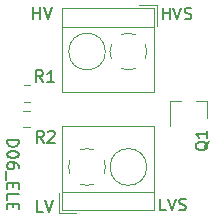
<source format=gbr>
G04 #@! TF.GenerationSoftware,KiCad,Pcbnew,5.1.5-52549c5~86~ubuntu18.04.1*
G04 #@! TF.CreationDate,2020-11-03T13:42:11-05:00*
G04 #@! TF.ProjectId,D06,4430362e-6b69-4636-9164-5f7063625858,rev?*
G04 #@! TF.SameCoordinates,Original*
G04 #@! TF.FileFunction,Legend,Top*
G04 #@! TF.FilePolarity,Positive*
%FSLAX46Y46*%
G04 Gerber Fmt 4.6, Leading zero omitted, Abs format (unit mm)*
G04 Created by KiCad (PCBNEW 5.1.5-52549c5~86~ubuntu18.04.1) date 2020-11-03 13:42:11*
%MOMM*%
%LPD*%
G04 APERTURE LIST*
%ADD10C,0.150000*%
%ADD11C,0.120000*%
G04 APERTURE END LIST*
D10*
X20375619Y-31486838D02*
X21375619Y-31486838D01*
X21375619Y-31724933D01*
X21328000Y-31867790D01*
X21232761Y-31963028D01*
X21137523Y-32010647D01*
X20947047Y-32058266D01*
X20804190Y-32058266D01*
X20613714Y-32010647D01*
X20518476Y-31963028D01*
X20423238Y-31867790D01*
X20375619Y-31724933D01*
X20375619Y-31486838D01*
X21375619Y-32677314D02*
X21375619Y-32772552D01*
X21328000Y-32867790D01*
X21280380Y-32915409D01*
X21185142Y-32963028D01*
X20994666Y-33010647D01*
X20756571Y-33010647D01*
X20566095Y-32963028D01*
X20470857Y-32915409D01*
X20423238Y-32867790D01*
X20375619Y-32772552D01*
X20375619Y-32677314D01*
X20423238Y-32582076D01*
X20470857Y-32534457D01*
X20566095Y-32486838D01*
X20756571Y-32439219D01*
X20994666Y-32439219D01*
X21185142Y-32486838D01*
X21280380Y-32534457D01*
X21328000Y-32582076D01*
X21375619Y-32677314D01*
X21375619Y-33867790D02*
X21375619Y-33677314D01*
X21328000Y-33582076D01*
X21280380Y-33534457D01*
X21137523Y-33439219D01*
X20947047Y-33391600D01*
X20566095Y-33391600D01*
X20470857Y-33439219D01*
X20423238Y-33486838D01*
X20375619Y-33582076D01*
X20375619Y-33772552D01*
X20423238Y-33867790D01*
X20470857Y-33915409D01*
X20566095Y-33963028D01*
X20804190Y-33963028D01*
X20899428Y-33915409D01*
X20947047Y-33867790D01*
X20994666Y-33772552D01*
X20994666Y-33582076D01*
X20947047Y-33486838D01*
X20899428Y-33439219D01*
X20804190Y-33391600D01*
X20280380Y-34153504D02*
X20280380Y-34915409D01*
X20899428Y-35153504D02*
X20899428Y-35486838D01*
X20375619Y-35629695D02*
X20375619Y-35153504D01*
X21375619Y-35153504D01*
X21375619Y-35629695D01*
X20375619Y-36534457D02*
X20375619Y-36058266D01*
X21375619Y-36058266D01*
X20899428Y-36867790D02*
X20899428Y-37201123D01*
X20375619Y-37343980D02*
X20375619Y-36867790D01*
X21375619Y-36867790D01*
X21375619Y-37343980D01*
X33796361Y-37460180D02*
X33320171Y-37460180D01*
X33320171Y-36460180D01*
X33986838Y-36460180D02*
X34320171Y-37460180D01*
X34653504Y-36460180D01*
X34939219Y-37412561D02*
X35082076Y-37460180D01*
X35320171Y-37460180D01*
X35415409Y-37412561D01*
X35463028Y-37364942D01*
X35510647Y-37269704D01*
X35510647Y-37174466D01*
X35463028Y-37079228D01*
X35415409Y-37031609D01*
X35320171Y-36983990D01*
X35129695Y-36936371D01*
X35034457Y-36888752D01*
X34986838Y-36841133D01*
X34939219Y-36745895D01*
X34939219Y-36650657D01*
X34986838Y-36555419D01*
X35034457Y-36507800D01*
X35129695Y-36460180D01*
X35367790Y-36460180D01*
X35510647Y-36507800D01*
X33556723Y-21280380D02*
X33556723Y-20280380D01*
X33556723Y-20756571D02*
X34128152Y-20756571D01*
X34128152Y-21280380D02*
X34128152Y-20280380D01*
X34461485Y-20280380D02*
X34794819Y-21280380D01*
X35128152Y-20280380D01*
X35413866Y-21232761D02*
X35556723Y-21280380D01*
X35794819Y-21280380D01*
X35890057Y-21232761D01*
X35937676Y-21185142D01*
X35985295Y-21089904D01*
X35985295Y-20994666D01*
X35937676Y-20899428D01*
X35890057Y-20851809D01*
X35794819Y-20804190D01*
X35604342Y-20756571D01*
X35509104Y-20708952D01*
X35461485Y-20661333D01*
X35413866Y-20566095D01*
X35413866Y-20470857D01*
X35461485Y-20375619D01*
X35509104Y-20328000D01*
X35604342Y-20280380D01*
X35842438Y-20280380D01*
X35985295Y-20328000D01*
X23375952Y-37612580D02*
X22899761Y-37612580D01*
X22899761Y-36612580D01*
X23566428Y-36612580D02*
X23899761Y-37612580D01*
X24233095Y-36612580D01*
X22577514Y-21229580D02*
X22577514Y-20229580D01*
X22577514Y-20705771D02*
X23148942Y-20705771D01*
X23148942Y-21229580D02*
X23148942Y-20229580D01*
X23482276Y-20229580D02*
X23815609Y-21229580D01*
X24148942Y-20229580D01*
D11*
X22283052Y-29008000D02*
X21760548Y-29008000D01*
X22283052Y-30428000D02*
X21760548Y-30428000D01*
X21769548Y-28294400D02*
X22292052Y-28294400D01*
X21769548Y-26874400D02*
X22292052Y-26874400D01*
X37292400Y-28170600D02*
X37292400Y-29630600D01*
X34132400Y-28170600D02*
X34132400Y-30330600D01*
X34132400Y-28170600D02*
X35062400Y-28170600D01*
X37292400Y-28170600D02*
X36362400Y-28170600D01*
X33040000Y-20103000D02*
X31540000Y-20103000D01*
X33040000Y-21843000D02*
X33040000Y-20103000D01*
X24980000Y-27463000D02*
X24980000Y-20343000D01*
X32800000Y-27463000D02*
X32800000Y-20343000D01*
X32800000Y-20343000D02*
X24980000Y-20343000D01*
X32800000Y-27463000D02*
X24980000Y-27463000D01*
X32800000Y-21903000D02*
X24980000Y-21903000D01*
X28695000Y-24003000D02*
G75*
G03X28695000Y-24003000I-1555000J0D01*
G01*
X30612989Y-22447508D02*
G75*
G02X31248000Y-22571000I27011J-1555492D01*
G01*
X32072109Y-23395258D02*
G75*
G02X32072000Y-24611000I-1432109J-607742D01*
G01*
X31247742Y-25435109D02*
G75*
G02X30032000Y-25435000I-607742J1432109D01*
G01*
X29207891Y-24610742D02*
G75*
G02X29208000Y-23395000I1432109J607742D01*
G01*
X30032413Y-22571615D02*
G75*
G02X30640000Y-22448000I607587J-1431385D01*
G01*
X24740000Y-37677000D02*
X26240000Y-37677000D01*
X24740000Y-35937000D02*
X24740000Y-37677000D01*
X32800000Y-30317000D02*
X32800000Y-37437000D01*
X24980000Y-30317000D02*
X24980000Y-37437000D01*
X24980000Y-37437000D02*
X32800000Y-37437000D01*
X24980000Y-30317000D02*
X32800000Y-30317000D01*
X24980000Y-35877000D02*
X32800000Y-35877000D01*
X32195000Y-33777000D02*
G75*
G03X32195000Y-33777000I-1555000J0D01*
G01*
X27167011Y-35332492D02*
G75*
G02X26532000Y-35209000I-27011J1555492D01*
G01*
X25707891Y-34384742D02*
G75*
G02X25708000Y-33169000I1432109J607742D01*
G01*
X26532258Y-32344891D02*
G75*
G02X27748000Y-32345000I607742J-1432109D01*
G01*
X28572109Y-33169258D02*
G75*
G02X28572000Y-34385000I-1432109J-607742D01*
G01*
X27747587Y-35208385D02*
G75*
G02X27140000Y-35332000I-607587J1431385D01*
G01*
D10*
X23455333Y-31719780D02*
X23122000Y-31243590D01*
X22883904Y-31719780D02*
X22883904Y-30719780D01*
X23264857Y-30719780D01*
X23360095Y-30767400D01*
X23407714Y-30815019D01*
X23455333Y-30910257D01*
X23455333Y-31053114D01*
X23407714Y-31148352D01*
X23360095Y-31195971D01*
X23264857Y-31243590D01*
X22883904Y-31243590D01*
X23836285Y-30815019D02*
X23883904Y-30767400D01*
X23979142Y-30719780D01*
X24217238Y-30719780D01*
X24312476Y-30767400D01*
X24360095Y-30815019D01*
X24407714Y-30910257D01*
X24407714Y-31005495D01*
X24360095Y-31148352D01*
X23788666Y-31719780D01*
X24407714Y-31719780D01*
X23404533Y-26588980D02*
X23071200Y-26112790D01*
X22833104Y-26588980D02*
X22833104Y-25588980D01*
X23214057Y-25588980D01*
X23309295Y-25636600D01*
X23356914Y-25684219D01*
X23404533Y-25779457D01*
X23404533Y-25922314D01*
X23356914Y-26017552D01*
X23309295Y-26065171D01*
X23214057Y-26112790D01*
X22833104Y-26112790D01*
X24356914Y-26588980D02*
X23785485Y-26588980D01*
X24071200Y-26588980D02*
X24071200Y-25588980D01*
X23975961Y-25731838D01*
X23880723Y-25827076D01*
X23785485Y-25874695D01*
X37428419Y-31616638D02*
X37380800Y-31711876D01*
X37285561Y-31807114D01*
X37142704Y-31949971D01*
X37095085Y-32045209D01*
X37095085Y-32140447D01*
X37333180Y-32092828D02*
X37285561Y-32188066D01*
X37190323Y-32283304D01*
X36999847Y-32330923D01*
X36666514Y-32330923D01*
X36476038Y-32283304D01*
X36380800Y-32188066D01*
X36333180Y-32092828D01*
X36333180Y-31902352D01*
X36380800Y-31807114D01*
X36476038Y-31711876D01*
X36666514Y-31664257D01*
X36999847Y-31664257D01*
X37190323Y-31711876D01*
X37285561Y-31807114D01*
X37333180Y-31902352D01*
X37333180Y-32092828D01*
X37333180Y-30711876D02*
X37333180Y-31283304D01*
X37333180Y-30997590D02*
X36333180Y-30997590D01*
X36476038Y-31092828D01*
X36571276Y-31188066D01*
X36618895Y-31283304D01*
M02*

</source>
